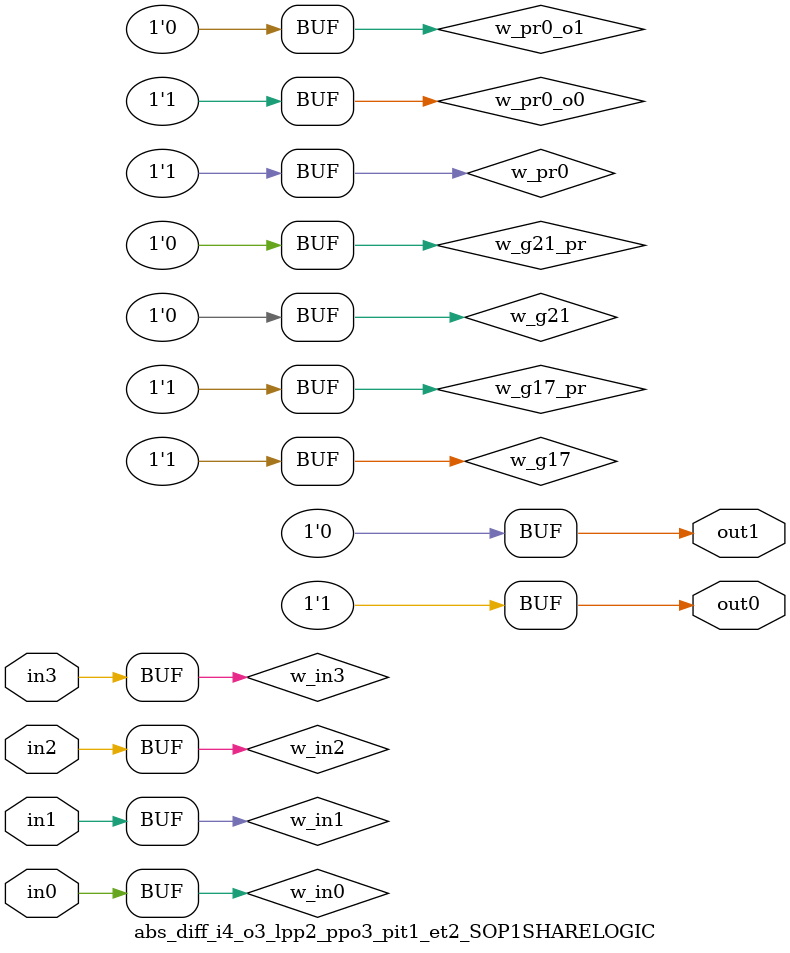
<source format=v>
module abs_diff_i4_o3_lpp2_ppo3_pit1_et2_SOP1SHARELOGIC (in0, in1, in2, in3, out0, out1);
// declaring inputs
input in0,  in1,  in2,  in3;
// declaring outputs
output out0,  out1;
// JSON model input
wire w_in3, w_in2, w_in1, w_in0;
// JSON model output
wire w_g17, w_g21;
//json model
wire w_g17_pr, w_g21_pr, w_pr0_o0, w_pr0_o1, w_pr0;
// JSON model input assign
assign w_in3 = in3;
assign w_in2 = in2;
assign w_in1 = in1;
assign w_in0 = in0;

//json model assigns (approximated Shared/XPAT part)
//assign literals to products
assign w_pr0 = 1;
//if a product has literals and if the product is being "activated" for that output
assign w_pr0_o0 = w_pr0 & 1;
assign w_pr0_o1 = w_pr0 & 0;
//compose an output with corresponding products (OR)
assign w_g17 = w_pr0_o0;
assign w_g21 = w_pr0_o1;
//if an output has products and if it is part of the JSON model
assign w_g17_pr = w_g17 & 1;
assign w_g21_pr = w_g21 & 0;
// output assigns
assign out0 = w_g17_pr;
assign out1 = w_g21_pr;
endmodule
</source>
